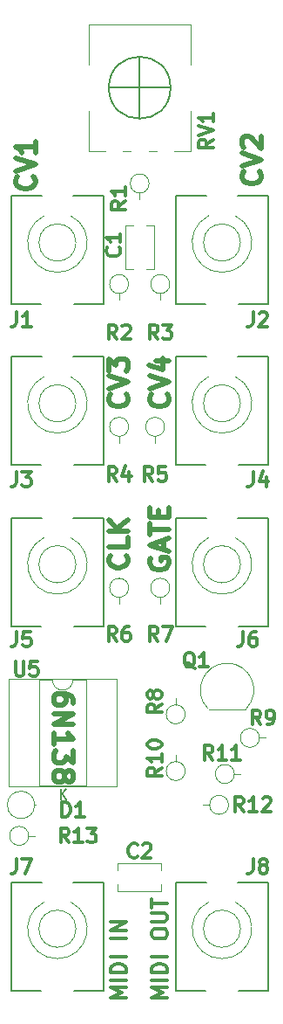
<source format=gto>
%TF.GenerationSoftware,KiCad,Pcbnew,(6.0.1)*%
%TF.CreationDate,2022-11-02T12:22:22-04:00*%
%TF.ProjectId,ER-MIDI-CV4-02_CTLS,45522d4d-4944-4492-9d43-56342d30325f,1*%
%TF.SameCoordinates,Original*%
%TF.FileFunction,Legend,Top*%
%TF.FilePolarity,Positive*%
%FSLAX46Y46*%
G04 Gerber Fmt 4.6, Leading zero omitted, Abs format (unit mm)*
G04 Created by KiCad (PCBNEW (6.0.1)) date 2022-11-02 12:22:22*
%MOMM*%
%LPD*%
G01*
G04 APERTURE LIST*
%ADD10C,0.469900*%
%ADD11C,0.375000*%
%ADD12C,0.476250*%
%ADD13C,0.349250*%
%ADD14C,0.150000*%
%ADD15C,0.120000*%
%ADD16C,0.200000*%
G04 APERTURE END LIST*
D10*
X77671285Y-73213928D02*
X77760790Y-73304642D01*
X77850295Y-73576785D01*
X77850295Y-73758214D01*
X77760790Y-74030357D01*
X77581780Y-74211785D01*
X77402771Y-74302500D01*
X77044752Y-74393214D01*
X76776238Y-74393214D01*
X76418219Y-74302500D01*
X76239209Y-74211785D01*
X76060200Y-74030357D01*
X75970695Y-73758214D01*
X75970695Y-73576785D01*
X76060200Y-73304642D01*
X76149704Y-73213928D01*
X75970695Y-72669642D02*
X77850295Y-72034642D01*
X75970695Y-71399642D01*
X75970695Y-70946071D02*
X75970695Y-69766785D01*
X76686733Y-70401785D01*
X76686733Y-70129642D01*
X76776238Y-69948214D01*
X76865742Y-69857500D01*
X77044752Y-69766785D01*
X77492276Y-69766785D01*
X77671285Y-69857500D01*
X77760790Y-69948214D01*
X77850295Y-70129642D01*
X77850295Y-70673928D01*
X77760790Y-70855357D01*
X77671285Y-70946071D01*
X68671285Y-52133928D02*
X68760790Y-52224642D01*
X68850295Y-52496785D01*
X68850295Y-52678214D01*
X68760790Y-52950357D01*
X68581780Y-53131785D01*
X68402771Y-53222500D01*
X68044752Y-53313214D01*
X67776238Y-53313214D01*
X67418219Y-53222500D01*
X67239209Y-53131785D01*
X67060200Y-52950357D01*
X66970695Y-52678214D01*
X66970695Y-52496785D01*
X67060200Y-52224642D01*
X67149704Y-52133928D01*
X66970695Y-51589642D02*
X68850295Y-50954642D01*
X66970695Y-50319642D01*
X68850295Y-48686785D02*
X68850295Y-49775357D01*
X68850295Y-49231071D02*
X66970695Y-49231071D01*
X67239209Y-49412500D01*
X67418219Y-49593928D01*
X67507723Y-49775357D01*
X72529304Y-103143571D02*
X72529304Y-102780714D01*
X72439800Y-102599285D01*
X72350295Y-102508571D01*
X72081780Y-102327142D01*
X71723761Y-102236428D01*
X71007723Y-102236428D01*
X70828714Y-102327142D01*
X70739209Y-102417857D01*
X70649704Y-102599285D01*
X70649704Y-102962142D01*
X70739209Y-103143571D01*
X70828714Y-103234285D01*
X71007723Y-103325000D01*
X71455247Y-103325000D01*
X71634257Y-103234285D01*
X71723761Y-103143571D01*
X71813266Y-102962142D01*
X71813266Y-102599285D01*
X71723761Y-102417857D01*
X71634257Y-102327142D01*
X71455247Y-102236428D01*
X70649704Y-104141428D02*
X72529304Y-104141428D01*
X70649704Y-105230000D01*
X72529304Y-105230000D01*
X70649704Y-107135000D02*
X70649704Y-106046428D01*
X70649704Y-106590714D02*
X72529304Y-106590714D01*
X72260790Y-106409285D01*
X72081780Y-106227857D01*
X71992276Y-106046428D01*
X72529304Y-107770000D02*
X72529304Y-108949285D01*
X71813266Y-108314285D01*
X71813266Y-108586428D01*
X71723761Y-108767857D01*
X71634257Y-108858571D01*
X71455247Y-108949285D01*
X71007723Y-108949285D01*
X70828714Y-108858571D01*
X70739209Y-108767857D01*
X70649704Y-108586428D01*
X70649704Y-108042142D01*
X70739209Y-107860714D01*
X70828714Y-107770000D01*
X71723761Y-110037857D02*
X71813266Y-109856428D01*
X71902771Y-109765714D01*
X72081780Y-109675000D01*
X72171285Y-109675000D01*
X72350295Y-109765714D01*
X72439800Y-109856428D01*
X72529304Y-110037857D01*
X72529304Y-110400714D01*
X72439800Y-110582142D01*
X72350295Y-110672857D01*
X72171285Y-110763571D01*
X72081780Y-110763571D01*
X71902771Y-110672857D01*
X71813266Y-110582142D01*
X71723761Y-110400714D01*
X71723761Y-110037857D01*
X71634257Y-109856428D01*
X71544752Y-109765714D01*
X71365742Y-109675000D01*
X71007723Y-109675000D01*
X70828714Y-109765714D01*
X70739209Y-109856428D01*
X70649704Y-110037857D01*
X70649704Y-110400714D01*
X70739209Y-110582142D01*
X70828714Y-110672857D01*
X71007723Y-110763571D01*
X71365742Y-110763571D01*
X71544752Y-110672857D01*
X71634257Y-110582142D01*
X71723761Y-110400714D01*
X77671285Y-88813928D02*
X77760790Y-88904642D01*
X77850295Y-89176785D01*
X77850295Y-89358214D01*
X77760790Y-89630357D01*
X77581780Y-89811785D01*
X77402771Y-89902500D01*
X77044752Y-89993214D01*
X76776238Y-89993214D01*
X76418219Y-89902500D01*
X76239209Y-89811785D01*
X76060200Y-89630357D01*
X75970695Y-89358214D01*
X75970695Y-89176785D01*
X76060200Y-88904642D01*
X76149704Y-88813928D01*
X77850295Y-87090357D02*
X77850295Y-87997500D01*
X75970695Y-87997500D01*
X77850295Y-86455357D02*
X75970695Y-86455357D01*
X77850295Y-85366785D02*
X76776238Y-86183214D01*
X75970695Y-85366785D02*
X77044752Y-86455357D01*
D11*
X81678571Y-131678571D02*
X80178571Y-131678571D01*
X81250000Y-131178571D01*
X80178571Y-130678571D01*
X81678571Y-130678571D01*
X81678571Y-129964285D02*
X80178571Y-129964285D01*
X81678571Y-129250000D02*
X80178571Y-129250000D01*
X80178571Y-128892857D01*
X80250000Y-128678571D01*
X80392857Y-128535714D01*
X80535714Y-128464285D01*
X80821428Y-128392857D01*
X81035714Y-128392857D01*
X81321428Y-128464285D01*
X81464285Y-128535714D01*
X81607142Y-128678571D01*
X81678571Y-128892857D01*
X81678571Y-129250000D01*
X81678571Y-127750000D02*
X80178571Y-127750000D01*
X80178571Y-125607142D02*
X80178571Y-125321428D01*
X80250000Y-125178571D01*
X80392857Y-125035714D01*
X80678571Y-124964285D01*
X81178571Y-124964285D01*
X81464285Y-125035714D01*
X81607142Y-125178571D01*
X81678571Y-125321428D01*
X81678571Y-125607142D01*
X81607142Y-125750000D01*
X81464285Y-125892857D01*
X81178571Y-125964285D01*
X80678571Y-125964285D01*
X80392857Y-125892857D01*
X80250000Y-125750000D01*
X80178571Y-125607142D01*
X80178571Y-124321428D02*
X81392857Y-124321428D01*
X81535714Y-124250000D01*
X81607142Y-124178571D01*
X81678571Y-124035714D01*
X81678571Y-123750000D01*
X81607142Y-123607142D01*
X81535714Y-123535714D01*
X81392857Y-123464285D01*
X80178571Y-123464285D01*
X80178571Y-122964285D02*
X80178571Y-122107142D01*
X81678571Y-122535714D02*
X80178571Y-122535714D01*
D12*
X81680357Y-73213928D02*
X81771071Y-73304642D01*
X81861785Y-73576785D01*
X81861785Y-73758214D01*
X81771071Y-74030357D01*
X81589642Y-74211785D01*
X81408214Y-74302500D01*
X81045357Y-74393214D01*
X80773214Y-74393214D01*
X80410357Y-74302500D01*
X80228928Y-74211785D01*
X80047500Y-74030357D01*
X79956785Y-73758214D01*
X79956785Y-73576785D01*
X80047500Y-73304642D01*
X80138214Y-73213928D01*
X79956785Y-72669642D02*
X81861785Y-72034642D01*
X79956785Y-71399642D01*
X80591785Y-69948214D02*
X81861785Y-69948214D01*
X79866071Y-70401785D02*
X81226785Y-70855357D01*
X81226785Y-69676071D01*
D10*
X90671285Y-51633928D02*
X90760790Y-51724642D01*
X90850295Y-51996785D01*
X90850295Y-52178214D01*
X90760790Y-52450357D01*
X90581780Y-52631785D01*
X90402771Y-52722500D01*
X90044752Y-52813214D01*
X89776238Y-52813214D01*
X89418219Y-52722500D01*
X89239209Y-52631785D01*
X89060200Y-52450357D01*
X88970695Y-52178214D01*
X88970695Y-51996785D01*
X89060200Y-51724642D01*
X89149704Y-51633928D01*
X88970695Y-51089642D02*
X90850295Y-50454642D01*
X88970695Y-49819642D01*
X89149704Y-49275357D02*
X89060200Y-49184642D01*
X88970695Y-49003214D01*
X88970695Y-48549642D01*
X89060200Y-48368214D01*
X89149704Y-48277500D01*
X89328714Y-48186785D01*
X89507723Y-48186785D01*
X89776238Y-48277500D01*
X90850295Y-49366071D01*
X90850295Y-48186785D01*
D11*
X77678571Y-131678571D02*
X76178571Y-131678571D01*
X77250000Y-131178571D01*
X76178571Y-130678571D01*
X77678571Y-130678571D01*
X77678571Y-129964285D02*
X76178571Y-129964285D01*
X77678571Y-129250000D02*
X76178571Y-129250000D01*
X76178571Y-128892857D01*
X76250000Y-128678571D01*
X76392857Y-128535714D01*
X76535714Y-128464285D01*
X76821428Y-128392857D01*
X77035714Y-128392857D01*
X77321428Y-128464285D01*
X77464285Y-128535714D01*
X77607142Y-128678571D01*
X77678571Y-128892857D01*
X77678571Y-129250000D01*
X77678571Y-127750000D02*
X76178571Y-127750000D01*
X77678571Y-125892857D02*
X76178571Y-125892857D01*
X77678571Y-125178571D02*
X76178571Y-125178571D01*
X77678571Y-124321428D01*
X76178571Y-124321428D01*
D10*
X80060200Y-89085000D02*
X79970695Y-89266428D01*
X79970695Y-89538571D01*
X80060200Y-89810714D01*
X80239209Y-89992142D01*
X80418219Y-90082857D01*
X80776238Y-90173571D01*
X81044752Y-90173571D01*
X81402771Y-90082857D01*
X81581780Y-89992142D01*
X81760790Y-89810714D01*
X81850295Y-89538571D01*
X81850295Y-89357142D01*
X81760790Y-89085000D01*
X81671285Y-88994285D01*
X81044752Y-88994285D01*
X81044752Y-89357142D01*
X81313266Y-88268571D02*
X81313266Y-87361428D01*
X81850295Y-88450000D02*
X79970695Y-87815000D01*
X81850295Y-87180000D01*
X79970695Y-86817142D02*
X79970695Y-85728571D01*
X81850295Y-86272857D02*
X79970695Y-86272857D01*
X80865742Y-85093571D02*
X80865742Y-84458571D01*
X81850295Y-84186428D02*
X81850295Y-85093571D01*
X79970695Y-85093571D01*
X79970695Y-84186428D01*
D13*
%TO.C,R7*%
X80767156Y-97131986D02*
X80301490Y-96466748D01*
X79968870Y-97131986D02*
X79968870Y-95734986D01*
X80501061Y-95734986D01*
X80634109Y-95801510D01*
X80700632Y-95868033D01*
X80767156Y-96001081D01*
X80767156Y-96200652D01*
X80700632Y-96333700D01*
X80634109Y-96400224D01*
X80501061Y-96466748D01*
X79968870Y-96466748D01*
X81232823Y-95734986D02*
X82164156Y-95734986D01*
X81565442Y-97131986D01*
%TO.C,C1*%
X76998927Y-58982830D02*
X77065451Y-59049354D01*
X77131975Y-59248925D01*
X77131975Y-59381973D01*
X77065451Y-59581544D01*
X76932403Y-59714592D01*
X76799356Y-59781116D01*
X76533260Y-59847639D01*
X76333689Y-59847639D01*
X76067594Y-59781116D01*
X75934546Y-59714592D01*
X75801499Y-59581544D01*
X75734975Y-59381973D01*
X75734975Y-59248925D01*
X75801499Y-59049354D01*
X75868022Y-58982830D01*
X77131975Y-57652354D02*
X77131975Y-58450639D01*
X77131975Y-58051497D02*
X75734975Y-58051497D01*
X75934546Y-58184544D01*
X76067594Y-58317592D01*
X76134118Y-58450639D01*
%TO.C,R3*%
X80767156Y-67881981D02*
X80301490Y-67216743D01*
X79968870Y-67881981D02*
X79968870Y-66484981D01*
X80501061Y-66484981D01*
X80634109Y-66551505D01*
X80700632Y-66618028D01*
X80767156Y-66751076D01*
X80767156Y-66950647D01*
X80700632Y-67083695D01*
X80634109Y-67150219D01*
X80501061Y-67216743D01*
X79968870Y-67216743D01*
X81232823Y-66484981D02*
X82097632Y-66484981D01*
X81631966Y-67017171D01*
X81831537Y-67017171D01*
X81964585Y-67083695D01*
X82031109Y-67150219D01*
X82097632Y-67283266D01*
X82097632Y-67615885D01*
X82031109Y-67748933D01*
X81964585Y-67815457D01*
X81831537Y-67881981D01*
X81432394Y-67881981D01*
X81299347Y-67815457D01*
X81232823Y-67748933D01*
%TO.C,C2*%
X78767160Y-117998922D02*
X78700636Y-118065446D01*
X78501065Y-118131970D01*
X78368017Y-118131970D01*
X78168446Y-118065446D01*
X78035398Y-117932398D01*
X77968874Y-117799351D01*
X77902351Y-117533255D01*
X77902351Y-117333684D01*
X77968874Y-117067589D01*
X78035398Y-116934541D01*
X78168446Y-116801494D01*
X78368017Y-116734970D01*
X78501065Y-116734970D01*
X78700636Y-116801494D01*
X78767160Y-116868017D01*
X79299351Y-116868017D02*
X79365874Y-116801494D01*
X79498922Y-116734970D01*
X79831541Y-116734970D01*
X79964589Y-116801494D01*
X80031113Y-116868017D01*
X80097636Y-117001065D01*
X80097636Y-117134113D01*
X80031113Y-117333684D01*
X79232827Y-118131970D01*
X80097636Y-118131970D01*
%TO.C,J8*%
X90034333Y-118234976D02*
X90034333Y-119232833D01*
X89967809Y-119432404D01*
X89834761Y-119565452D01*
X89635190Y-119631976D01*
X89502142Y-119631976D01*
X90899142Y-118833690D02*
X90766095Y-118767166D01*
X90699571Y-118700642D01*
X90633047Y-118567595D01*
X90633047Y-118501071D01*
X90699571Y-118368023D01*
X90766095Y-118301500D01*
X90899142Y-118234976D01*
X91165238Y-118234976D01*
X91298285Y-118301500D01*
X91364809Y-118368023D01*
X91431333Y-118501071D01*
X91431333Y-118567595D01*
X91364809Y-118700642D01*
X91298285Y-118767166D01*
X91165238Y-118833690D01*
X90899142Y-118833690D01*
X90766095Y-118900214D01*
X90699571Y-118966738D01*
X90633047Y-119099785D01*
X90633047Y-119365880D01*
X90699571Y-119498928D01*
X90766095Y-119565452D01*
X90899142Y-119631976D01*
X91165238Y-119631976D01*
X91298285Y-119565452D01*
X91364809Y-119498928D01*
X91431333Y-119365880D01*
X91431333Y-119099785D01*
X91364809Y-118966738D01*
X91298285Y-118900214D01*
X91165238Y-118833690D01*
%TO.C,RV1*%
X86131970Y-48519036D02*
X85466732Y-48984703D01*
X86131970Y-49317322D02*
X84734970Y-49317322D01*
X84734970Y-48785131D01*
X84801494Y-48652084D01*
X84868017Y-48585560D01*
X85001065Y-48519036D01*
X85200636Y-48519036D01*
X85333684Y-48585560D01*
X85400208Y-48652084D01*
X85466732Y-48785131D01*
X85466732Y-49317322D01*
X84734970Y-48119893D02*
X86131970Y-47654227D01*
X84734970Y-47188560D01*
X86131970Y-45991131D02*
X86131970Y-46789417D01*
X86131970Y-46390274D02*
X84734970Y-46390274D01*
X84934541Y-46523322D01*
X85067589Y-46656369D01*
X85134113Y-46789417D01*
%TO.C,R5*%
X80267157Y-81631966D02*
X79801491Y-80966728D01*
X79468871Y-81631966D02*
X79468871Y-80234966D01*
X80001062Y-80234966D01*
X80134110Y-80301490D01*
X80200633Y-80368013D01*
X80267157Y-80501061D01*
X80267157Y-80700632D01*
X80200633Y-80833680D01*
X80134110Y-80900204D01*
X80001062Y-80966728D01*
X79468871Y-80966728D01*
X81531110Y-80234966D02*
X80865871Y-80234966D01*
X80799348Y-80900204D01*
X80865871Y-80833680D01*
X80998919Y-80767156D01*
X81331538Y-80767156D01*
X81464586Y-80833680D01*
X81531110Y-80900204D01*
X81597633Y-81033251D01*
X81597633Y-81365870D01*
X81531110Y-81498918D01*
X81464586Y-81565442D01*
X81331538Y-81631966D01*
X80998919Y-81631966D01*
X80865871Y-81565442D01*
X80799348Y-81498918D01*
%TO.C,R13*%
X72101934Y-116631973D02*
X71636267Y-115966735D01*
X71303648Y-116631973D02*
X71303648Y-115234973D01*
X71835839Y-115234973D01*
X71968886Y-115301497D01*
X72035410Y-115368020D01*
X72101934Y-115501068D01*
X72101934Y-115700639D01*
X72035410Y-115833687D01*
X71968886Y-115900211D01*
X71835839Y-115966735D01*
X71303648Y-115966735D01*
X73432410Y-116631973D02*
X72634125Y-116631973D01*
X73033267Y-116631973D02*
X73033267Y-115234973D01*
X72900220Y-115434544D01*
X72767172Y-115567592D01*
X72634125Y-115634116D01*
X73898077Y-115234973D02*
X74762886Y-115234973D01*
X74297220Y-115767163D01*
X74496791Y-115767163D01*
X74629839Y-115833687D01*
X74696363Y-115900211D01*
X74762886Y-116033258D01*
X74762886Y-116365877D01*
X74696363Y-116498925D01*
X74629839Y-116565449D01*
X74496791Y-116631973D01*
X74097648Y-116631973D01*
X73964601Y-116565449D01*
X73898077Y-116498925D01*
%TO.C,J3*%
X67034333Y-80734976D02*
X67034333Y-81732833D01*
X66967809Y-81932404D01*
X66834761Y-82065452D01*
X66635190Y-82131976D01*
X66502142Y-82131976D01*
X67566523Y-80734976D02*
X68431333Y-80734976D01*
X67965666Y-81267166D01*
X68165238Y-81267166D01*
X68298285Y-81333690D01*
X68364809Y-81400214D01*
X68431333Y-81533261D01*
X68431333Y-81865880D01*
X68364809Y-81998928D01*
X68298285Y-82065452D01*
X68165238Y-82131976D01*
X67766095Y-82131976D01*
X67633047Y-82065452D01*
X67566523Y-81998928D01*
%TO.C,U5*%
X66935619Y-99104976D02*
X66935619Y-100235880D01*
X67002142Y-100368928D01*
X67068666Y-100435452D01*
X67201714Y-100501976D01*
X67467809Y-100501976D01*
X67600857Y-100435452D01*
X67667380Y-100368928D01*
X67733904Y-100235880D01*
X67733904Y-99104976D01*
X69064380Y-99104976D02*
X68399142Y-99104976D01*
X68332619Y-99770214D01*
X68399142Y-99703690D01*
X68532190Y-99637166D01*
X68864809Y-99637166D01*
X68997857Y-99703690D01*
X69064380Y-99770214D01*
X69130904Y-99903261D01*
X69130904Y-100235880D01*
X69064380Y-100368928D01*
X68997857Y-100435452D01*
X68864809Y-100501976D01*
X68532190Y-100501976D01*
X68399142Y-100435452D01*
X68332619Y-100368928D01*
%TO.C,R1*%
X77631974Y-54482839D02*
X76966736Y-54948506D01*
X77631974Y-55281125D02*
X76234974Y-55281125D01*
X76234974Y-54748934D01*
X76301498Y-54615886D01*
X76368021Y-54549363D01*
X76501069Y-54482839D01*
X76700640Y-54482839D01*
X76833688Y-54549363D01*
X76900212Y-54615886D01*
X76966736Y-54748934D01*
X76966736Y-55281125D01*
X77631974Y-53152363D02*
X77631974Y-53950648D01*
X77631974Y-53551506D02*
X76234974Y-53551506D01*
X76434545Y-53684553D01*
X76567593Y-53817601D01*
X76634117Y-53950648D01*
%TO.C,J5*%
X67034333Y-96234976D02*
X67034333Y-97232833D01*
X66967809Y-97432404D01*
X66834761Y-97565452D01*
X66635190Y-97631976D01*
X66502142Y-97631976D01*
X68364809Y-96234976D02*
X67699571Y-96234976D01*
X67633047Y-96900214D01*
X67699571Y-96833690D01*
X67832619Y-96767166D01*
X68165238Y-96767166D01*
X68298285Y-96833690D01*
X68364809Y-96900214D01*
X68431333Y-97033261D01*
X68431333Y-97365880D01*
X68364809Y-97498928D01*
X68298285Y-97565452D01*
X68165238Y-97631976D01*
X67832619Y-97631976D01*
X67699571Y-97565452D01*
X67633047Y-97498928D01*
%TO.C,R2*%
X76767164Y-67881981D02*
X76301498Y-67216743D01*
X75968878Y-67881981D02*
X75968878Y-66484981D01*
X76501069Y-66484981D01*
X76634117Y-66551505D01*
X76700640Y-66618028D01*
X76767164Y-66751076D01*
X76767164Y-66950647D01*
X76700640Y-67083695D01*
X76634117Y-67150219D01*
X76501069Y-67216743D01*
X75968878Y-67216743D01*
X77299355Y-66618028D02*
X77365878Y-66551505D01*
X77498926Y-66484981D01*
X77831545Y-66484981D01*
X77964593Y-66551505D01*
X78031117Y-66618028D01*
X78097640Y-66751076D01*
X78097640Y-66884124D01*
X78031117Y-67083695D01*
X77232831Y-67881981D01*
X78097640Y-67881981D01*
%TO.C,D1*%
X71468880Y-114131976D02*
X71468880Y-112734976D01*
X71801500Y-112734976D01*
X72001071Y-112801500D01*
X72134119Y-112934547D01*
X72200642Y-113067595D01*
X72267166Y-113333690D01*
X72267166Y-113533261D01*
X72200642Y-113799357D01*
X72134119Y-113932404D01*
X72001071Y-114065452D01*
X71801500Y-114131976D01*
X71468880Y-114131976D01*
X73597642Y-114131976D02*
X72799357Y-114131976D01*
X73198500Y-114131976D02*
X73198500Y-112734976D01*
X73065452Y-112934547D01*
X72932404Y-113067595D01*
X72799357Y-113134119D01*
D14*
X71312409Y-112452380D02*
X71312409Y-111452380D01*
X71883837Y-112452380D02*
X71455266Y-111880952D01*
X71883837Y-111452380D02*
X71312409Y-112023809D01*
D13*
%TO.C,J6*%
X89034333Y-96234976D02*
X89034333Y-97232833D01*
X88967809Y-97432404D01*
X88834761Y-97565452D01*
X88635190Y-97631976D01*
X88502142Y-97631976D01*
X90298285Y-96234976D02*
X90032190Y-96234976D01*
X89899142Y-96301500D01*
X89832619Y-96368023D01*
X89699571Y-96567595D01*
X89633047Y-96833690D01*
X89633047Y-97365880D01*
X89699571Y-97498928D01*
X89766095Y-97565452D01*
X89899142Y-97631976D01*
X90165238Y-97631976D01*
X90298285Y-97565452D01*
X90364809Y-97498928D01*
X90431333Y-97365880D01*
X90431333Y-97033261D01*
X90364809Y-96900214D01*
X90298285Y-96833690D01*
X90165238Y-96767166D01*
X89899142Y-96767166D01*
X89766095Y-96833690D01*
X89699571Y-96900214D01*
X89633047Y-97033261D01*
%TO.C,R4*%
X76767164Y-81631966D02*
X76301498Y-80966728D01*
X75968878Y-81631966D02*
X75968878Y-80234966D01*
X76501069Y-80234966D01*
X76634117Y-80301490D01*
X76700640Y-80368013D01*
X76767164Y-80501061D01*
X76767164Y-80700632D01*
X76700640Y-80833680D01*
X76634117Y-80900204D01*
X76501069Y-80966728D01*
X75968878Y-80966728D01*
X77964593Y-80700632D02*
X77964593Y-81631966D01*
X77631974Y-80168442D02*
X77299355Y-81166299D01*
X78164164Y-81166299D01*
%TO.C,J1*%
X67034333Y-65234976D02*
X67034333Y-66232833D01*
X66967809Y-66432404D01*
X66834761Y-66565452D01*
X66635190Y-66631976D01*
X66502142Y-66631976D01*
X68431333Y-66631976D02*
X67633047Y-66631976D01*
X68032190Y-66631976D02*
X68032190Y-65234976D01*
X67899142Y-65434547D01*
X67766095Y-65567595D01*
X67633047Y-65634119D01*
%TO.C,R9*%
X90757154Y-105211980D02*
X90291488Y-104546742D01*
X89958868Y-105211980D02*
X89958868Y-103814980D01*
X90491059Y-103814980D01*
X90624107Y-103881504D01*
X90690630Y-103948027D01*
X90757154Y-104081075D01*
X90757154Y-104280646D01*
X90690630Y-104413694D01*
X90624107Y-104480218D01*
X90491059Y-104546742D01*
X89958868Y-104546742D01*
X91422392Y-105211980D02*
X91688488Y-105211980D01*
X91821535Y-105145456D01*
X91888059Y-105078932D01*
X92021107Y-104879361D01*
X92087630Y-104613265D01*
X92087630Y-104081075D01*
X92021107Y-103948027D01*
X91954583Y-103881504D01*
X91821535Y-103814980D01*
X91555440Y-103814980D01*
X91422392Y-103881504D01*
X91355868Y-103948027D01*
X91289345Y-104081075D01*
X91289345Y-104413694D01*
X91355868Y-104546742D01*
X91422392Y-104613265D01*
X91555440Y-104679789D01*
X91821535Y-104679789D01*
X91954583Y-104613265D01*
X92021107Y-104546742D01*
X92087630Y-104413694D01*
%TO.C,Q1*%
X84366952Y-99765023D02*
X84233904Y-99698500D01*
X84100857Y-99565452D01*
X83901285Y-99365880D01*
X83768238Y-99299357D01*
X83635190Y-99299357D01*
X83701714Y-99631976D02*
X83568666Y-99565452D01*
X83435619Y-99432404D01*
X83369095Y-99166309D01*
X83369095Y-98700642D01*
X83435619Y-98434547D01*
X83568666Y-98301500D01*
X83701714Y-98234976D01*
X83967809Y-98234976D01*
X84100857Y-98301500D01*
X84233904Y-98434547D01*
X84300428Y-98700642D01*
X84300428Y-99166309D01*
X84233904Y-99432404D01*
X84100857Y-99565452D01*
X83967809Y-99631976D01*
X83701714Y-99631976D01*
X85630904Y-99631976D02*
X84832619Y-99631976D01*
X85231761Y-99631976D02*
X85231761Y-98234976D01*
X85098714Y-98434547D01*
X84965666Y-98567595D01*
X84832619Y-98634119D01*
%TO.C,R10*%
X81131954Y-109398082D02*
X80466716Y-109863749D01*
X81131954Y-110196368D02*
X79734954Y-110196368D01*
X79734954Y-109664177D01*
X79801478Y-109531130D01*
X79868001Y-109464606D01*
X80001049Y-109398082D01*
X80200620Y-109398082D01*
X80333668Y-109464606D01*
X80400192Y-109531130D01*
X80466716Y-109664177D01*
X80466716Y-110196368D01*
X81131954Y-108067606D02*
X81131954Y-108865891D01*
X81131954Y-108466749D02*
X79734954Y-108466749D01*
X79934525Y-108599796D01*
X80067573Y-108732844D01*
X80134097Y-108865891D01*
X79734954Y-107202796D02*
X79734954Y-107069749D01*
X79801478Y-106936701D01*
X79868001Y-106870177D01*
X80001049Y-106803653D01*
X80267144Y-106737130D01*
X80599763Y-106737130D01*
X80865858Y-106803653D01*
X80998906Y-106870177D01*
X81065430Y-106936701D01*
X81131954Y-107069749D01*
X81131954Y-107202796D01*
X81065430Y-107335844D01*
X80998906Y-107402368D01*
X80865858Y-107468891D01*
X80599763Y-107535415D01*
X80267144Y-107535415D01*
X80001049Y-107468891D01*
X79868001Y-107402368D01*
X79801478Y-107335844D01*
X79734954Y-107202796D01*
%TO.C,R6*%
X76767164Y-97131986D02*
X76301498Y-96466748D01*
X75968878Y-97131986D02*
X75968878Y-95734986D01*
X76501069Y-95734986D01*
X76634117Y-95801510D01*
X76700640Y-95868033D01*
X76767164Y-96001081D01*
X76767164Y-96200652D01*
X76700640Y-96333700D01*
X76634117Y-96400224D01*
X76501069Y-96466748D01*
X75968878Y-96466748D01*
X77964593Y-95734986D02*
X77698498Y-95734986D01*
X77565450Y-95801510D01*
X77498926Y-95868033D01*
X77365878Y-96067605D01*
X77299355Y-96333700D01*
X77299355Y-96865890D01*
X77365878Y-96998938D01*
X77432402Y-97065462D01*
X77565450Y-97131986D01*
X77831545Y-97131986D01*
X77964593Y-97065462D01*
X78031117Y-96998938D01*
X78097640Y-96865890D01*
X78097640Y-96533271D01*
X78031117Y-96400224D01*
X77964593Y-96333700D01*
X77831545Y-96267176D01*
X77565450Y-96267176D01*
X77432402Y-96333700D01*
X77365878Y-96400224D01*
X77299355Y-96533271D01*
%TO.C,J4*%
X90034333Y-80734976D02*
X90034333Y-81732833D01*
X89967809Y-81932404D01*
X89834761Y-82065452D01*
X89635190Y-82131976D01*
X89502142Y-82131976D01*
X91298285Y-81200642D02*
X91298285Y-82131976D01*
X90965666Y-80668452D02*
X90633047Y-81666309D01*
X91497857Y-81666309D01*
%TO.C,R12*%
X89101926Y-113631979D02*
X88636259Y-112966741D01*
X88303640Y-113631979D02*
X88303640Y-112234979D01*
X88835831Y-112234979D01*
X88968878Y-112301503D01*
X89035402Y-112368026D01*
X89101926Y-112501074D01*
X89101926Y-112700645D01*
X89035402Y-112833693D01*
X88968878Y-112900217D01*
X88835831Y-112966741D01*
X88303640Y-112966741D01*
X90432402Y-113631979D02*
X89634117Y-113631979D01*
X90033259Y-113631979D02*
X90033259Y-112234979D01*
X89900212Y-112434550D01*
X89767164Y-112567598D01*
X89634117Y-112634122D01*
X90964593Y-112368026D02*
X91031117Y-112301503D01*
X91164164Y-112234979D01*
X91496783Y-112234979D01*
X91629831Y-112301503D01*
X91696355Y-112368026D01*
X91762878Y-112501074D01*
X91762878Y-112634122D01*
X91696355Y-112833693D01*
X90898069Y-113631979D01*
X91762878Y-113631979D01*
%TO.C,J2*%
X90034333Y-65234976D02*
X90034333Y-66232833D01*
X89967809Y-66432404D01*
X89834761Y-66565452D01*
X89635190Y-66631976D01*
X89502142Y-66631976D01*
X90633047Y-65368023D02*
X90699571Y-65301500D01*
X90832619Y-65234976D01*
X91165238Y-65234976D01*
X91298285Y-65301500D01*
X91364809Y-65368023D01*
X91431333Y-65501071D01*
X91431333Y-65634119D01*
X91364809Y-65833690D01*
X90566523Y-66631976D01*
X91431333Y-66631976D01*
%TO.C,R8*%
X81131967Y-103232830D02*
X80466729Y-103698497D01*
X81131967Y-104031116D02*
X79734967Y-104031116D01*
X79734967Y-103498925D01*
X79801491Y-103365877D01*
X79868014Y-103299354D01*
X80001062Y-103232830D01*
X80200633Y-103232830D01*
X80333681Y-103299354D01*
X80400205Y-103365877D01*
X80466729Y-103498925D01*
X80466729Y-104031116D01*
X80333681Y-102434544D02*
X80267157Y-102567592D01*
X80200633Y-102634116D01*
X80067586Y-102700639D01*
X80001062Y-102700639D01*
X79868014Y-102634116D01*
X79801491Y-102567592D01*
X79734967Y-102434544D01*
X79734967Y-102168449D01*
X79801491Y-102035401D01*
X79868014Y-101968877D01*
X80001062Y-101902354D01*
X80067586Y-101902354D01*
X80200633Y-101968877D01*
X80267157Y-102035401D01*
X80333681Y-102168449D01*
X80333681Y-102434544D01*
X80400205Y-102567592D01*
X80466729Y-102634116D01*
X80599776Y-102700639D01*
X80865871Y-102700639D01*
X80998919Y-102634116D01*
X81065443Y-102567592D01*
X81131967Y-102434544D01*
X81131967Y-102168449D01*
X81065443Y-102035401D01*
X80998919Y-101968877D01*
X80865871Y-101902354D01*
X80599776Y-101902354D01*
X80466729Y-101968877D01*
X80400205Y-102035401D01*
X80333681Y-102168449D01*
%TO.C,J7*%
X67034333Y-118234976D02*
X67034333Y-119232833D01*
X66967809Y-119432404D01*
X66834761Y-119565452D01*
X66635190Y-119631976D01*
X66502142Y-119631976D01*
X67566523Y-118234976D02*
X68497857Y-118234976D01*
X67899142Y-119631976D01*
%TO.C,R11*%
X86101932Y-108631989D02*
X85636265Y-107966751D01*
X85303646Y-108631989D02*
X85303646Y-107234989D01*
X85835837Y-107234989D01*
X85968884Y-107301513D01*
X86035408Y-107368036D01*
X86101932Y-107501084D01*
X86101932Y-107700655D01*
X86035408Y-107833703D01*
X85968884Y-107900227D01*
X85835837Y-107966751D01*
X85303646Y-107966751D01*
X87432408Y-108631989D02*
X86634123Y-108631989D01*
X87033265Y-108631989D02*
X87033265Y-107234989D01*
X86900218Y-107434560D01*
X86767170Y-107567608D01*
X86634123Y-107634132D01*
X88762884Y-108631989D02*
X87964599Y-108631989D01*
X88363742Y-108631989D02*
X88363742Y-107234989D01*
X88230694Y-107434560D01*
X88097646Y-107567608D01*
X87964599Y-107634132D01*
D15*
%TO.C,R7*%
X81000000Y-92880000D02*
X81000000Y-93500000D01*
X81920000Y-91960000D02*
G75*
G03*
X81920000Y-91960000I-920000J0D01*
G01*
%TO.C,C1*%
X79665000Y-56880000D02*
X80370000Y-56880000D01*
X77630000Y-61120000D02*
X77630000Y-56880000D01*
X80370000Y-61120000D02*
X80370000Y-56880000D01*
X77630000Y-56880000D02*
X78335000Y-56880000D01*
X79665000Y-61120000D02*
X80370000Y-61120000D01*
X77630000Y-61120000D02*
X78335000Y-61120000D01*
%TO.C,R3*%
X81000000Y-63450000D02*
X81000000Y-64070000D01*
X81920000Y-62530000D02*
G75*
G03*
X81920000Y-62530000I-920000J0D01*
G01*
%TO.C,C2*%
X76880000Y-118630000D02*
X81120000Y-118630000D01*
X76880000Y-121370000D02*
X81120000Y-121370000D01*
X76880000Y-118630000D02*
X76880000Y-119335000D01*
X81120000Y-118630000D02*
X81120000Y-119335000D01*
X76880000Y-120665000D02*
X76880000Y-121370000D01*
X81120000Y-120665000D02*
X81120000Y-121370000D01*
D16*
%TO.C,J8*%
X91500000Y-120500000D02*
X88500000Y-120500000D01*
X85400000Y-131000000D02*
X82500000Y-131000000D01*
X91500000Y-120500000D02*
X91500000Y-131000000D01*
X91500000Y-131000000D02*
X88600000Y-131000000D01*
X85500000Y-120500000D02*
X82500000Y-120500000D01*
X82500000Y-120500000D02*
X82500000Y-131000000D01*
D15*
X85703737Y-122411424D02*
G75*
G03*
X87000000Y-127895000I1296263J-2588576D01*
G01*
X87000000Y-127895001D02*
G75*
G03*
X88296263Y-122411423I0J2895001D01*
G01*
X88800000Y-125000000D02*
G75*
G03*
X88800000Y-125000000I-1800000J0D01*
G01*
%TO.C,RV1*%
X83969994Y-41244989D02*
X83969994Y-37379989D01*
X74029994Y-37379989D02*
X83969994Y-37379989D01*
X82369994Y-49619989D02*
X83969994Y-49619989D01*
X79870994Y-49619989D02*
X80629994Y-49619989D01*
X77370994Y-49619989D02*
X78129994Y-49619989D01*
D14*
X75999994Y-43499989D02*
X81999994Y-43499989D01*
D15*
X83969994Y-49619989D02*
X83969994Y-45754989D01*
X74029994Y-49619989D02*
X74029994Y-45754989D01*
X74029994Y-49619989D02*
X75628994Y-49619989D01*
X74029994Y-41244989D02*
X74029994Y-37379989D01*
D14*
X78999994Y-46499989D02*
X78999994Y-40499989D01*
X81999994Y-43499989D02*
G75*
G03*
X81999994Y-43499989I-3000000J0D01*
G01*
D15*
%TO.C,R5*%
X80500000Y-77280000D02*
X80500000Y-77900000D01*
X81420000Y-76360000D02*
G75*
G03*
X81420000Y-76360000I-920000J0D01*
G01*
%TO.C,R13*%
X68200000Y-116000000D02*
X68820000Y-116000000D01*
X68200000Y-116000000D02*
G75*
G03*
X68200000Y-116000000I-920000J0D01*
G01*
D16*
%TO.C,J3*%
X69400000Y-80080000D02*
X66500000Y-80080000D01*
X75500000Y-69580000D02*
X72500000Y-69580000D01*
X75500000Y-69580000D02*
X75500000Y-80080000D01*
X66500000Y-69580000D02*
X66500000Y-80080000D01*
X75500000Y-80080000D02*
X72600000Y-80080000D01*
X69500000Y-69580000D02*
X66500000Y-69580000D01*
D15*
X69703737Y-71491424D02*
G75*
G03*
X71000000Y-76975000I1296263J-2588576D01*
G01*
X71000000Y-76975001D02*
G75*
G03*
X72296263Y-71491423I0J2895001D01*
G01*
X72800000Y-74080000D02*
G75*
G03*
X72800000Y-74080000I-1800000J0D01*
G01*
%TO.C,U5*%
X70510000Y-100870000D02*
X69260000Y-100870000D01*
X66260000Y-100810000D02*
X66260000Y-111210000D01*
X69260000Y-100870000D02*
X69260000Y-111150000D01*
X69260000Y-111150000D02*
X73760000Y-111150000D01*
X76760000Y-100810000D02*
X66260000Y-100810000D01*
X73760000Y-111150000D02*
X73760000Y-100870000D01*
X73760000Y-100870000D02*
X72510000Y-100870000D01*
X66260000Y-111210000D02*
X76760000Y-111210000D01*
X76760000Y-111210000D02*
X76760000Y-100810000D01*
X70510000Y-100870000D02*
G75*
G03*
X72510000Y-100870000I1000000J0D01*
G01*
%TO.C,R1*%
X79000000Y-53700000D02*
X79000000Y-54320000D01*
X79920000Y-52780000D02*
G75*
G03*
X79920000Y-52780000I-920000J0D01*
G01*
D16*
%TO.C,J5*%
X75500000Y-85180000D02*
X72500000Y-85180000D01*
X69400000Y-95680000D02*
X66500000Y-95680000D01*
X75500000Y-85180000D02*
X75500000Y-95680000D01*
X75500000Y-95680000D02*
X72600000Y-95680000D01*
X69500000Y-85180000D02*
X66500000Y-85180000D01*
X66500000Y-85180000D02*
X66500000Y-95680000D01*
D15*
X71000000Y-92575001D02*
G75*
G03*
X72296263Y-87091423I0J2895001D01*
G01*
X69703737Y-87091424D02*
G75*
G03*
X71000000Y-92575000I1296263J-2588576D01*
G01*
X72800000Y-89680000D02*
G75*
G03*
X72800000Y-89680000I-1800000J0D01*
G01*
%TO.C,R2*%
X77000000Y-63450000D02*
X77000000Y-64070000D01*
X77920000Y-62530000D02*
G75*
G03*
X77920000Y-62530000I-920000J0D01*
G01*
%TO.C,D1*%
X68786371Y-113000000D02*
X68900000Y-113000000D01*
X68786371Y-113000000D02*
G75*
G03*
X68786371Y-113000000I-1326371J0D01*
G01*
D16*
%TO.C,J6*%
X91500000Y-95680000D02*
X88600000Y-95680000D01*
X82500000Y-85180000D02*
X82500000Y-95680000D01*
X85400000Y-95680000D02*
X82500000Y-95680000D01*
X85500000Y-85180000D02*
X82500000Y-85180000D01*
X91500000Y-85180000D02*
X91500000Y-95680000D01*
X91500000Y-85180000D02*
X88500000Y-85180000D01*
D15*
X87000000Y-92575001D02*
G75*
G03*
X88296263Y-87091423I0J2895001D01*
G01*
X85703737Y-87091424D02*
G75*
G03*
X87000000Y-92575000I1296263J-2588576D01*
G01*
X88800000Y-89680000D02*
G75*
G03*
X88800000Y-89680000I-1800000J0D01*
G01*
%TO.C,R4*%
X77000000Y-77280000D02*
X77000000Y-77900000D01*
X77920000Y-76360000D02*
G75*
G03*
X77920000Y-76360000I-920000J0D01*
G01*
D16*
%TO.C,J1*%
X75500000Y-64500000D02*
X72600000Y-64500000D01*
X75500000Y-54000000D02*
X75500000Y-64500000D01*
X75500000Y-54000000D02*
X72500000Y-54000000D01*
X66500000Y-54000000D02*
X66500000Y-64500000D01*
X69400000Y-64500000D02*
X66500000Y-64500000D01*
X69500000Y-54000000D02*
X66500000Y-54000000D01*
D15*
X71000000Y-61395001D02*
G75*
G03*
X72296263Y-55911423I0J2895001D01*
G01*
X69703737Y-55911424D02*
G75*
G03*
X71000000Y-61395000I1296263J-2588576D01*
G01*
X72800000Y-58500000D02*
G75*
G03*
X72800000Y-58500000I-1800000J0D01*
G01*
%TO.C,R9*%
X90640000Y-106500000D02*
X91260000Y-106500000D01*
X90640000Y-106500000D02*
G75*
G03*
X90640000Y-106500000I-920000J0D01*
G01*
%TO.C,Q1*%
X85700000Y-103710000D02*
X89300000Y-103710000D01*
X89338478Y-103698478D02*
G75*
G03*
X87500000Y-99260000I-1838478J1838478D01*
G01*
X87500000Y-99259999D02*
G75*
G03*
X85661522Y-103698478I0J-2600001D01*
G01*
%TO.C,R10*%
X82499987Y-108799999D02*
X82499987Y-108179999D01*
X83419987Y-109719999D02*
G75*
G03*
X83419987Y-109719999I-920000J0D01*
G01*
%TO.C,R6*%
X77000000Y-92880000D02*
X77000000Y-93500000D01*
X77920000Y-91960000D02*
G75*
G03*
X77920000Y-91960000I-920000J0D01*
G01*
D16*
%TO.C,J4*%
X91500000Y-69580000D02*
X88500000Y-69580000D01*
X82500000Y-69580000D02*
X82500000Y-80080000D01*
X85400000Y-80080000D02*
X82500000Y-80080000D01*
X85500000Y-69580000D02*
X82500000Y-69580000D01*
X91500000Y-69580000D02*
X91500000Y-80080000D01*
X91500000Y-80080000D02*
X88600000Y-80080000D01*
D15*
X85703737Y-71491424D02*
G75*
G03*
X87000000Y-76975000I1296263J-2588576D01*
G01*
X87000000Y-76975001D02*
G75*
G03*
X88296263Y-71491423I0J2895001D01*
G01*
X88800000Y-74080000D02*
G75*
G03*
X88800000Y-74080000I-1800000J0D01*
G01*
%TO.C,R12*%
X85800000Y-113000000D02*
X85180000Y-113000000D01*
X87640000Y-113000000D02*
G75*
G03*
X87640000Y-113000000I-920000J0D01*
G01*
D16*
%TO.C,J2*%
X91500000Y-54000000D02*
X91500000Y-64500000D01*
X91500000Y-54000000D02*
X88500000Y-54000000D01*
X82500000Y-54000000D02*
X82500000Y-64500000D01*
X85500000Y-54000000D02*
X82500000Y-54000000D01*
X85400000Y-64500000D02*
X82500000Y-64500000D01*
X91500000Y-64500000D02*
X88600000Y-64500000D01*
D15*
X87000000Y-61395001D02*
G75*
G03*
X88296263Y-55911423I0J2895001D01*
G01*
X85703737Y-55911424D02*
G75*
G03*
X87000000Y-61395000I1296263J-2588576D01*
G01*
X88800000Y-58500000D02*
G75*
G03*
X88800000Y-58500000I-1800000J0D01*
G01*
%TO.C,R8*%
X82500000Y-103300000D02*
X82500000Y-102680000D01*
X83420000Y-104220000D02*
G75*
G03*
X83420000Y-104220000I-920000J0D01*
G01*
D16*
%TO.C,J7*%
X69500000Y-120500000D02*
X66500000Y-120500000D01*
X75500000Y-120500000D02*
X75500000Y-131000000D01*
X66500000Y-120500000D02*
X66500000Y-131000000D01*
X69400000Y-131000000D02*
X66500000Y-131000000D01*
X75500000Y-120500000D02*
X72500000Y-120500000D01*
X75500000Y-131000000D02*
X72600000Y-131000000D01*
D15*
X69703737Y-122411424D02*
G75*
G03*
X71000000Y-127895000I1296263J-2588576D01*
G01*
X71000000Y-127895001D02*
G75*
G03*
X72296263Y-122411423I0J2895001D01*
G01*
X72800000Y-125000000D02*
G75*
G03*
X72800000Y-125000000I-1800000J0D01*
G01*
%TO.C,R11*%
X88200000Y-110000000D02*
X88820000Y-110000000D01*
X88200000Y-110000000D02*
G75*
G03*
X88200000Y-110000000I-920000J0D01*
G01*
%TD*%
M02*

</source>
